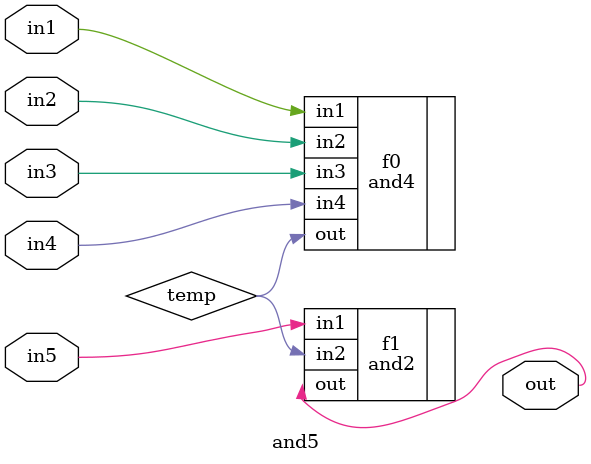
<source format=v>
module and5(out, in1, in2, in3, in4, in5);

	output out;
	input in1, in2, in3, in4, in5;

	wire temp;

	and4 f0(.out(temp), .in1(in1), .in2(in2), .in3(in3), .in4(in4));
	and2 f1(.out(out), .in1(in5), .in2(temp));

endmodule
</source>
